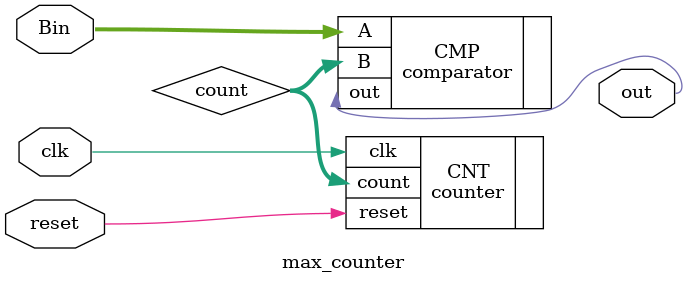
<source format=sv>
`timescale 1ns / 1ps


module max_counter(
    input clk,
    input [3:0] Bin,
    input reset,
    output out
    );
    
    logic [3:0] count;
    
    counter CNT(.clk(clk), .reset(reset), .count(count));
    comparator CMP(.A(Bin), .B(count), .out(out));
    
    
    
endmodule

</source>
